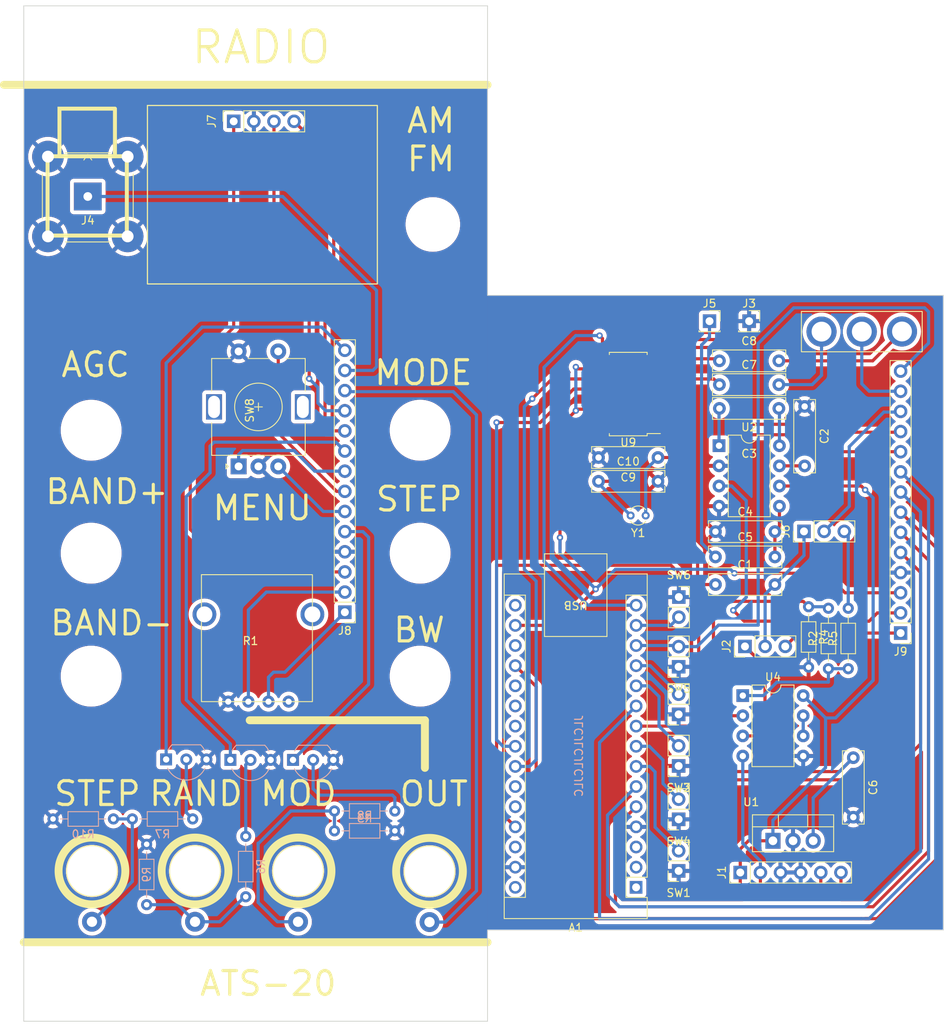
<source format=kicad_pcb>
(kicad_pcb (version 20221018) (generator pcbnew)
  (layers (0 "F.Cu" signal) (31 "B.Cu" signal) (34 "B.Paste" user) (35 "F.Paste" user) (36 "B.SilkS" user "B.Silkscreen") (37 "F.SilkS" user "F.Silkscreen") (38 "B.Mask" user) (39 "F.Mask" user) (44 "Edge.Cuts" user))
  (net 0 "")
  (net 1 "ENCB")
  (net 2 "ENCA")
  (net 3 "MODE")
  (net 4 "BW")
  (net 5 "MOD")
  (net 9 "RAND")
  (net 10 "BP")
  (net 11 "BM")
  (net 12 "STEP")
  (net 13 "RST")
  (net 14 "ENCSW")
  (net 15 "SDIO")
  (net 16 "SCLK")
  (net 17 "Net-(J2-Pin_1)")
  (net 18 "Net-(J6-Pin_3)")
  (net 19 "Net-(Q1-B)")
  (net 20 "Net-(Q2-B)")
  (net 21 "Net-(Q3-B)")
  (net 22 "AGC")
  (net 23 "+12V")
  (net 24 "Net-(C3-Pad2)")
  (net 25 "Net-(C4-Pad2)")
  (net 26 "Net-(U2-BYPASS)")
  (net 27 "Net-(C3-Pad1)")
  (net 28 "Net-(R2-Pad1)")
  (net 29 "Net-(U4A--)")
  (net 30 "Net-(R3-Pad1)")
  (net 31 "Net-(R6-Pad1)")
  (net 32 "Net-(R10-Pad2)")
  (net 33 "Net-(U9-DCLK)")
  (net 34 "Net-(U9-FMI)")
  (net 35 "Net-(U9-AMI)")
  (net 36 "Net-(U9-RCLK)")
  (net 37 "Net-(U9-ROUT)")
  (net 38 "-12V")
  (net 40 "ROUT")
  (net 44 "Net-(J5-Pin_1)")
  (net 45 "Net-(U4B--)")
  (net 46 "ANT")
  (net 47 "JOUT")
  (net 48 "ROUT_PRE")
  (net 49 "ROUT_POST")
  (net 54 "+3V3")
  (net 63 "GND")
  (net 64 "+5V")
  (net 65 "Net-(C8-Pad2)")
  (net 66 "Net-(C7-Pad2)")
  (footprint "Library:aux_flush" (layer "F.Cu") (at 73 137 90)
    (fp_text reference "U8" hide)
    (fp_text value "Aux_flush")
  )
  (footprint "Capacitor_THT:C_Rect_L9.0mm_W2.5mm_P7.50mm_MKT" (layer "F.Cu") (at 162.9 78.44 -90)
    (fp_text reference "C2")
    (fp_text value "C")
  )
  (footprint "MountingHole:MountingHole_3mm" (layer "F.Cu") (at 71.12 153 180)
    (fp_text reference "REF**" hide)
    (fp_text value "MountingHole_3mm")
  )
  (footprint "Connector_PinHeader_2.54mm:PinHeader_1x06_P2.54mm_Vertical" (layer "F.Cu") (at 154.78 137.19 90)
    (fp_text reference "J1")
    (fp_text value "Conn_01x06_Pin")
  )
  (footprint "Capacitor_THT:C_Rect_L9.0mm_W2.5mm_P7.50mm_MKT" (layer "F.Cu") (at 152.15 75.69)
    (fp_text reference "C7")
    (fp_text value "C")
  )
  (footprint "Package_SO:SOIC-16_4.55x10.3mm_P1.27mm" (layer "F.Cu") (at 140.65 76.88 180)
    (fp_text reference "U9")
    (fp_text value "~")
  )
  (footprint "Connector_PinSocket_2.54mm:PinSocket_1x02_P2.54mm_Vertical" (layer "F.Cu") (at 147.0075 117.2575 180)
    (fp_text reference "SW3")
    (fp_text value "SW_Push")
  )
  (footprint "MountingHole:MountingHole_3mm" (layer "F.Cu") (at 116.84 30.48)
    (fp_text reference "REF**" hide)
    (fp_text value "MountingHole_3mm")
  )
  (footprint "Capacitor_THT:C_Rect_L9.0mm_W2.5mm_P7.50mm_MKT" (layer "F.Cu") (at 159.65 78.69 180)
    (fp_text reference "C3")
    (fp_text value "C")
  )
  (footprint "Connector_PinSocket_2.54mm:PinSocket_1x02_P2.54mm_Vertical" (layer "F.Cu") (at 147.0325 102.4675)
    (fp_text reference "SW6")
    (fp_text value "SW_Push")
  )
  (footprint "Connector_PinSocket_2.54mm:PinSocket_1x02_P2.54mm_Vertical" (layer "F.Cu") (at 147.0075 136.9875 180)
    (fp_text reference "SW1")
    (fp_text value "SW_Push")
  )
  (footprint "Package_DIP:DIP-8_W7.62mm" (layer "F.Cu") (at 152.1 83.39)
    (fp_text reference "U2")
    (fp_text value "LM386")
  )
  (footprint "Package_TO_SOT_THT:TO-220-3_Vertical" (layer "F.Cu") (at 158.9 133.19)
    (fp_text reference "U1")
    (fp_text value "L7805")
  )
  (footprint "Connector_PinHeader_2.54mm:PinHeader_1x14_P2.54mm_Vertical" (layer "F.Cu") (at 175.0075 107.0075 180)
    (fp_text reference "J9")
    (fp_text value "Conn_01x14_Pin")
  )
  (footprint "Rotary_Encoder:RotaryEncoder_Alps_EC11E-Switch_Vertical_H20mm" (layer "F.Cu") (at 91.5 86 90)
    (fp_text reference "SW8")
    (fp_text value "RotaryEncoder_Switch")
  )
  (footprint "Connector_PinHeader_2.54mm:PinHeader_1x14_P2.54mm_Vertical" (layer "F.Cu") (at 104.9 104.38 180)
    (fp_text reference "J8")
    (fp_text value "Conn_01x14_Pin")
  )
  (footprint "Resistor_THT:R_Axial_DIN0204_L3.6mm_D1.6mm_P7.62mm_Horizontal" (layer "F.Cu") (at 163.4 103.69 -90)
    (fp_text reference "R4")
    (fp_text value "R")
  )
  (footprint "Capacitor_THT:C_Rect_L9.0mm_W2.5mm_P7.50mm_MKT" (layer "F.Cu") (at 169.04 122.7175 -90)
    (fp_text reference "C6")
    (fp_text value "C")
  )
  (footprint "Library:AlpsPot" (layer "F.Cu") (at 90.19 115.649)
    (fp_text reference "R1")
    (fp_text value "AlpsPot")
  )
  (footprint "" (layer "F.Cu") (at 114.4 96.94)
    (fp_text reference "")
    (fp_text value "")
  )
  (footprint "Capacitor_THT:C_Rect_L9.0mm_W2.5mm_P7.50mm_MKT" (layer "F.Cu") (at 152.15 72.69)
    (fp_text reference "C8")
    (fp_text value "C")
  )
  (footprint "Capacitor_THT:C_Rect_L9.0mm_W2.5mm_P7.50mm_MKT" (layer "F.Cu") (at 144.4 84.88 180)
    (fp_text reference "C9")
    (fp_text value "C")
  )
  (footprint "Capacitor_THT:C_Rect_L9.0mm_W2.5mm_P7.50mm_MKT" (layer "F.Cu") (at 151.65 100.89)
    (fp_text reference "C1")
    (fp_text value "C")
  )
  (footprint "Crystal:Crystal_DS26_D2.0mm_L6.0mm_Vertical" (layer "F.Cu") (at 142.85 92.19 180)
    (fp_text reference "Y1")
    (fp_text value "Crystal")
  )
  (footprint "Connector_PinHeader_2.54mm:PinHeader_1x03_P2.54mm_Vertical" (layer "F.Cu") (at 155.375 108.69 90)
    (fp_text reference "J2")
    (fp_text value "Conn_01x02_Pin")
  )
  (footprint "Resistor_THT:R_Axial_DIN0204_L3.6mm_D1.6mm_P7.62mm_Horizontal" (layer "F.Cu") (at 168.4 111.5 90)
    (fp_text reference "R5")
    (fp_text value "R")
  )
  (footprint "Module:Arduino_Nano" (layer "F.Cu") (at 141.6425 139.0575 180)
    (fp_text reference "A1")
    (fp_text value "Arduino_Nano_Every" hide)
  )
  (footprint "Connector_Coaxial:BNC_TEConnectivity_1478035_Horizontal" (layer "F.Cu") (at 72.475 51.975)
    (fp_text reference "J4")
    (fp_text value "Conn_Coaxial")
  )
  (footprint "" (layer "F.Cu") (at 72.9 81.44)
    (fp_text reference "")
    (fp_text value "")
  )
  (footprint "MountingHole:MountingHole_3mm" (layer "F.Cu") (at 116.84 153 180)
    (fp_text reference "REF**" hide)
    (fp_text value "MountingHole_3mm")
  )
  (footprint "Resistor_THT:R_Axial_DIN0204_L3.6mm_D1.6mm_P7.62mm_Horizontal" (layer "F.Cu") (at 165.9 111.5 90)
    (fp_text reference "R2")
    (fp_text value "R")
  )
  (footprint "Library:aux_flush" (layer "F.Cu") (at 99 137 90)
    (fp_text reference "U6" hide)
    (fp_text value "Aux_flush")
  )
  (footprint "" (layer "F.Cu") (at 72.9 96.94)
    (fp_text reference "")
    (fp_text value "")
  )
  (footprint "MountingHole:MountingHole_3mm" (layer "F.Cu") (at 71.12 30.48)
    (fp_text reference "REF**" hide)
    (fp_text value "MountingHole_3mm")
  )
  (footprint "Capacitor_THT:C_Rect_L9.0mm_W2.5mm_P7.50mm_MKT" (layer "F.Cu") (at 151.65 97.41)
    (fp_text reference "C5")
    (fp_text value "C")
  )
  (footprint "Library:Switch" (layer "F.Cu") (at 170.1125 71.5475)
    (fp_text reference "U5" hide)
    (fp_text value "Switch")
  )
  (footprint "Connector_PinSocket_2.54mm:PinSocket_1x01_P2.54mm_Vertical" (layer "F.Cu") (at 155.9 67.69)
    (fp_text reference "J3")
    (fp_text value "Conn_01x01_Pin")
  )
  (footprint "Capacitor_THT:C_Rect_L9.0mm_W2.5mm_P7.50mm_MKT" (layer "F.Cu") (at 136.9 87.88)
    (fp_text reference "C10")
    (fp_text value "C")
  )
  (footprint "Package_DIP:DIP-8_W7.62mm" (layer "F.Cu") (at 155.1 114.89)
    (fp_text reference "U4")
    (fp_text value "TL072")
  )
  (footprint "" (layer "F.Cu") (at 114.4 81.44)
    (fp_text reference "")
    (fp_text value "")
  )
  (footprint "" (layer "F.Cu") (at 72.9 112.44)
    (fp_text reference "")
    (fp_text value "")
  )
  (footprint "Connector_PinSocket_2.54mm:PinSocket_1x02_P2.54mm_Vertical" (layer "F.Cu") (at 147.0075 130.4875 180)
    (fp_text reference "SW4")
    (fp_text value "SW_Push")
  )
  (footprint "Connector_PinSocket_2.54mm:PinSocket_1x01_P2.54mm_Vertical" (layer "F.Cu") (at 150.9 67.69)
    (fp_text reference "J5")
    (fp_text value "Conn_01x01_Pin")
  )
  (footprint "Connector_PinHeader_2.54mm:PinHeader_1x03_P2.54mm_Vertical" (layer "F.Cu") (at 162.82 94.19 90)
    (fp_text reference "J6")
    (fp_text value "Conn_01x02_Pin")
  )
  (footprint "Capacitor_THT:C_Rect_L9.0mm_W2.5mm_P7.50mm_MKT" (layer "F.Cu") (at 151.65 94.22)
    (fp_text reference "C4")
    (fp_text value "C" hide)
  )
  (footprint "" (layer "F.Cu") (at 114.4 112.44)
    (fp_text reference "")
    (fp_text value "")
  )
  (footprint "Library:aux_flush" (layer "F.Cu") (at 86 137 90)
    (fp_text reference "U7" hide)
    (fp_text value "Aux_flush")
  )
  (footprint "MountingHole:MountingHole_6.4mm_M6" (layer "F.Cu") (at 116 55.5)
    (fp_text reference "REF**" hide)
    (fp_text value "MountingHole_6.4mm_M6")
  )
  (footprint "Connector_PinSocket_2.54mm:PinSocket_1x04_P2.54mm_Vertical" (layer "F.Cu") (at 90.88 42.5 90)
    (fp_text reference "J7")
    (fp_text value "Conn_01x04_Pin")
  )
  (footprint "Library:aux_flush" (layer "F.Cu") (at 115.58 137.04 90)
    (fp_text reference "U3" hide)
    (fp_text value "Aux_flush")
  )
  (footprint "Connector_PinSocket_2.54mm:PinSocket_1x02_P2.54mm_Vertical" (layer "F.Cu") (at 147.0075 123.7575 180)
    (fp_text reference "SW2")
    (fp_text value "SW_Push")
  )
  (footprint "Connector_PinSocket_2.54mm:PinSocket_1x02_P2.54mm_Vertical" (layer "F.Cu") (at 147.0075 111.2575 180)
    (fp_text reference "SW5")
    (fp_text value "SW_Push")
  )
  (footprint "Resistor_THT:R_Axial_DIN0204_L3.6mm_D1.6mm_P7.62mm_Horizontal" (layer "B.Cu") (at 103.59 129.44)
    (fp_text reference "R3")
    (fp_text value "R")
  )
  (footprint "Package_TO_SOT_THT:TO-92_Inline_Wide" (layer "B.Cu") (at 90.46 123)
    (fp_text reference "Q2" hide)
    (fp_text value "BC547")
  )
  (footprint "Resistor_THT:R_Axial_DIN0204_L3.6mm_D1.6mm_P7.62mm_Horizontal" (layer "B.Cu") (at 79.9 133.63 -90)
    (fp_text reference "R9")
    (fp_text value "R")
  )
  (footprint "Package_TO_SOT_THT:TO-92_Inline_Wide" (layer "B.Cu") (at 98.36 123)
    (fp_text reference "Q1" hide)
    (fp_text value "BC547")
  )
  (footprint "Resistor_THT:R_Axial_DIN0204_L3.6mm_D1.6mm_P7.62mm_Horizontal" (layer "B.Cu") (at 68.09 130.44)
    (fp_text reference "R10")
    (fp_text value "R")
  )
  (footprint "Resistor_THT:R_Axial_DIN0204_L3.6mm_D1.6mm_P7.62mm_Horizontal" (layer "B.Cu") (at 111.21 131.94 180)
    (fp_text reference "R8")
    (fp_text value "R")
  )
  (footprint "Package_TO_SOT_THT:TO-92_Inline_Wide" (layer "B.Cu") (at 82.36 122.94)
    (fp_text reference "Q3" hide)
    (fp_text value "BC547")
  )
  (footprint "Resistor_THT:R_Axial_DIN0204_L3.6mm_D1.6mm_P7.62mm_Horizontal" (layer "B.Cu") (at 78.09 130.44)
    (fp_text reference "R7")
    (fp_text value "R")
  )
  (footprint "Resistor_THT:R_Axial_DIN0204_L3.6mm_D1.6mm_P7.62mm_Horizontal" (layer "B.Cu") (at 92.4 140.25 90)
    (fp_text reference "R6")
    (fp_text value "R")
  )
  (gr_line (start 115 118) (end 115 124) (stroke (width 1)) (layer "F.SilkS"))
  (gr_line (start 92.9 118) (end 115 118) (stroke (width 1)) (layer "F.SilkS"))
  (gr_rect (start 68.9 40.9) (end 75.9 46.9) (stroke (width 0.5)) (fill none) (layer "F.SilkS"))
  (gr_rect (start 67.4 46.9) (end 77.4 56.9) (stroke (width 0.5)) (fill none) (layer "F.SilkS"))
  (gr_line (start 61.9 37.9) (end 122.9 37.9) (stroke (width 1)) (layer "F.SilkS"))
  (gr_rect (start 80 40.5) (end 109 63) (stroke (width 0.15)) (fill none) (layer "F.SilkS"))
  (gr_line (start 122.9 145.98) (end 64.4 145.98) (stroke (width 1)) (layer "F.SilkS"))
  (gr_line (start 180.4 64.44) (end 180.4 144.44) (stroke (width 0.1)) (layer "Edge.Cuts"))
  (gr_line (start 122.9 155.94) (end 64.4 155.94) (stroke (width 0.1)) (layer "Edge.Cuts"))
  (gr_line (start 180.4 144.44) (end 122.9 144.44) (stroke (width 0.1)) (layer "Edge.Cuts"))
  (gr_line (start 122.9 64.44) (end 122.9 27.94) (stroke (width 0.1)) (layer "Edge.Cuts"))
  (gr_line (start 64.4 27.94) (end 122.9 27.94) (stroke (width 0.1)) (layer "Edge.Cuts"))
  (gr_line (start 122.9 144.44) (end 122.9 155.94) (stroke (width 0.1)) (layer "Edge.Cuts"))
  (gr_line (start 122.9 64.44) (end 180.4 64.44) (stroke (width 0.1)) (layer "Edge.Cuts"))
  (gr_line (start 64.4 155.94) (end 64.4 27.94) (stroke (width 0.1)) (layer "Edge.Cuts"))
  (gr_text "JLCJLCJLCJLC" (at 135.0075 117.2575 90) (layer "B.SilkS") (effects (font (size 1 1)) (justify left bottom mirror)))
  (gr_text "AGC" (at 68.9 74.94) (layer "F.SilkS") (effects (font (size 3 3) (thickness 0.4)) (justify left bottom)))
  (gr_text "BAND+" (at 66.9 90.94) (layer "F.SilkS") (effects (font (size 3 3) (thickness 0.4)) (justify left bottom)))
  (gr_text "OUT\n" (at 111.58 129.04) (layer "F.SilkS") (effects (font (size 3 3) (thickness 0.4)) (justify left bottom)))
  (gr_text "MENU" (at 88 93) (layer "F.SilkS") (effects (font (size 3 3) (thickness 0.4)) (justify left bottom)))
  (gr_text "MOD" (at 94 129) (layer "F.SilkS") (effects (font (size 3 3) (thickness 0.4)) (justify left bottom)))
  (gr_text "RADIO" (at 85.315475 35.500001) (layer "F.SilkS") (effects (font (size 4 4) (thickness 0.4)) (justify left bottom)))
  (gr_text "ATS-20" (at 86.4 152.94) (layer "F.SilkS") (effects (font (size 3 3) (thickness 0.4)) (justify left bottom)))
  (gr_text "MODE" (at 108.4 75.94) (layer "F.SilkS") (effects (font (size 3 3) (thickness 0.4)) (justify left bottom)))
  (gr_text "BAND-" (at 67.5 107.5) (layer "F.SilkS") (effects (font (size 3 3) (thickness 0.4)) (justify left bottom)))
  (gr_text "BW\n" (at 110.8 108.38) (layer "F.SilkS") (effects (font (size 3 3) (thickness 0.4)) (justify left bottom)))
  (gr_text "STEP\n" (at 68 129) (layer "F.SilkS") (effects (font (size 3 3) (thickness 0.4)) (justify left bottom)))
  (gr_text "AM\nFM" (at 112.5 49) (layer "F.SilkS") (effects (font (size 3 3) (thickness 0.4)) (justify left bottom)))
  (gr_text "STEP\n" (at 108.585714 91.88) (layer "F.SilkS") (effects (font (size 3 3) (thickness 0.4)) (justify left bottom)))
  (gr_text "RAND" (at 80 129) (layer "F.SilkS") (effects (font (size 3 3) (thickness 0.4)) (justify left bottom)))
  (segment (start 139.54 141.5075) (end 139.04 141.0075) (width 0.4) (layer "F.Cu") (net 1))
  (segment (start 178.5325 134.5075) (end 171.5325 141.5075) (width 0.4) (layer "F.Cu") (net 1))
  (segment (start 139.04 131.5) (end 141.6425 128.8975) (width 0.4) (layer "F.Cu") (net 1))
  (segment (start 175.0075 94.3075) (end 178.5325 97.8325) (width 0.4) (layer "F.Cu") (net 1))
  (segment (start 171.5325 141.5075) (end 139.54 141.5075) (width 0.4) (layer "F.Cu") (net 1))
  (segment (start 178.5325 97.8325) (end 178.5325 134.5075) (width 0.4) (layer "F.Cu") (net 1))
  (segment (start 139.04 141.0075) (end 139.04 131.5) (width 0.4) (layer "F.Cu") (net 1))
  (segment (start 104.9 91.68) (end 102.18 91.68) (width 0.4) (layer "B.Cu") (net 1))
  (segment (start 102.18 91.68) (end 96.5 86) (width 0.4) (layer "B.Cu") (net 1))
  (segment (start 101.1 86.6) (end 98.5 84) (width 0.4) (layer "B.Cu") (net 2))
  (segment (start 92 84) (end 91.5 84.5) (width 0.4) (layer "B.Cu") (net 2))
  (segment (start 170.5325 141.5075) (end 177.5325 134.5075) (width 0.4) (layer "B.Cu") (net 2))
  (segment (start 138.04 129.96) (end 138.04 140.015) (width 0.4) (layer "B.Cu") (net 2))
  (segment (start 91.5 84.5) (end 91.5 86) (width 0.4) (layer "B.Cu") (net 2))
  (segment (start 98.5 84) (end 92 84) (width 0.4) (layer "B.Cu") (net 2))
  (segment (start 177.5325 134.5075) (end 177.5325 91.7525) (width 0.4) (layer "B.Cu") (net 2))
  (segment (start 138.04 140.015) (end 139.5325 141.5075) (width 0.4) (layer "B.Cu") (net 2))
  (segment (start 139.5325 141.5075) (end 170.5325 141.5075) (width 0.4) (layer "B.Cu") (net 2))
  (segment (start 177.5325 91.7525) (end 175.0075 89.2275) (width 0.4) (layer "B.Cu") (net 2))
  (segment (start 104.9 86.6) (end 101.1 86.6) (width 0.4) (layer "B.Cu") (net 2))
  (segment (start 141.6425 126.3575) (end 138.04 129.96) (width 0.4) (layer "B.Cu") (net 2))
  (segment (start 144.0325 124.5075) (end 144.0325 131.4725) (width 0.4) (layer "B.Cu") (net 3))
  (segment (start 141.6425 123.8175) (end 143.3425 123.8175) (width 0.4) (layer "B.Cu") (net 3))
  (segment (start 144.0325 131.4725) (end 147.0075 134.4475) (width 0.4) (layer "B.Cu") (net 3))
  (segment (start 143.3425 123.8175) (end 144.0325 124.5075) (width 0.4) (layer "B.Cu") (net 3))
  (segment (start 145.0325 123.0075) (end 145.0325 125.9725) (width 0.4) (layer "B.Cu") (net 4))
  (segment (start 143.3025 121.2775) (end 145.0325 123.0075) (width 0.4) (layer "B.Cu") (net 4))
  (segment (start 141.6425 121.2775) (end 143.3025 121.2775) (width 0.4) (layer "B.Cu") (net 4))
  (segment (start 145.0325 125.9725) (end 147.0075 127.9475) (width 0.4) (layer "B.Cu") (net 4))
  (segment (start 141.6425 118.7375) (end 150.2625 118.7375) (width 0.4) (layer "F.Cu") (net 5))
  (segment (start 150.2625 118.7375) (end 152.0325 120.5075) (width 0.4) (layer "F.Cu") (net 5))
  (segment (start 177.5325 99.3725) (end 175.0075 96.8475) (width 0.4) (layer "F.Cu") (net 5))
  (segment (start 152.0325 125.5075) (end 173 125.5075) (width 0.4) (layer "F.Cu") (net 5))
  (segment (start 173 125.5075) (end 177.5325 120.975) (width 0.4) (layer "F.Cu") (net 5))
  (segment (start 177.5325 120.975) (end 177.5325 99.3725) (width 0.4) (layer "F.Cu") (net 5))
  (segment (start 152.0325 120.5075) (end 152.0325 125.5075) (width 0.4) (layer "F.Cu") (net 5))
  (segment (start 104.9 94.22) (end 107.18 94.22) (width 0.4) (layer "B.Cu") (net 5))
  (segment (start 107.18 94.22) (end 107.9 94.94) (width 0.4) (layer "B.Cu") (net 5))
  (segment (start 107.9 94.94) (end 107.9 113.46) (width 0.4) (layer "B.Cu") (net 5))
  (segment (start 107.9 113.46) (end 98.36 123) (width 0.4) (layer "B.Cu") (net 5))
  (segment (start 170.0325 143.0075) (end 137.0325 143.0075) (width 0.4) (layer "B.Cu") (net 9))
  (segment (start 90.46 121) (end 84.9 115.44) (width 0.4) (layer "B.Cu") (net 9))
  (segment (start 87.9 86.8) (end 87.9 83.44) (width 0.4) (layer "B.Cu") (net 9))
  (segment (start 88.4 82.94) (end 103.78 82.94) (width 0.4) (layer "B.Cu") (net 9))
  (segment (start 175.0075 86.6875) (end 178.5325 90.2125) (width 0.4) (layer "B.Cu") (net 9))
  (segment (start 178.5325 90.2125) (end 178.5325 135.5075) (width 0.4) (layer "B.Cu") (net 9))
  (segment (start 87.9 83.44) (end 88.4 82.94) (width 0.4) (layer "B.Cu") (net 9))
  (segment (start 84.9 89.8) (end 87.9 86.8) (width 0.4) (layer "B.Cu") (net 9))
  (segment (start 137.0325 120.8075) (end 141.6425 116.1975) (width 0.4) (layer "B.Cu") (net 9))
  (segment (start 171.0325 143.0075) (end 170.0325 143.0075) (width 0.4) (layer "B.Cu") (net 9))
  (segment (start 178.5325 135.5075) (end 171.0325 143.0075) (width 0.4) (layer "B.Cu") (net 9))
  (segment (start 103.78 82.94) (end 104.9 84.06) (width 0.4) (layer "B.Cu") (net 9))
  (segment (start 137.0325 143.0075) (end 137.0325 120.8075) (width 0.4) (layer "B.Cu") (net 9))
  (segment (start 84.9 115.44) (end 84.9 89.8) (width 0.4) (layer "B.Cu") (net 9))
  (segment (start 90.46 123) (end 90.46 121) (width 0.4) (layer "B.Cu") (net 9))
  (segment (start 144.5325 118.7425) (end 147.0075 121.2175) (width 0.4) (layer "B.Cu") (net 10))
  (segment (start 144.5325 115.0075) (end 144.5325 118.7425) (width 0.4) (layer "B.Cu") (net 10))
  (segment (start 143.1825 113.6575) (end 144.5325 115.0075) (width 0.4) (layer "B.Cu") (net 10))
  (segment (start 141.6425 113.6575) (end 143.1825 113.6575) (width 0.4) (layer "B.Cu") (net 10))
  (segment (start 143.4075 111.1175) (end 147.0075 114.7175) (width 0.4) (layer "B.Cu") (net 11))
  (segment (start 141.6425 111.1175) (end 143.4075 111.1175) (width 0.4) (layer "B.Cu") (net 11))
  (segment (start 178.5325 66.5075) (end 178.5325 70.4625) (width 0.4) (layer "B.Cu") (net 12))
  (segment (start 178.5325 70.4625) (end 175.0075 73.9875) (width 0.4) (layer "B.Cu") (net 12))
  (segment (start 104.9 71.36) (end 101.98 68.44) (width 0.4) (layer "B.Cu") (net 12))
  (segment (start 141.6425 108.5775) (end 146.8675 108.5775) (width 0.4) (layer "B.Cu") (net 12))
  (segment (start 146.8675 108.5775) (end 147.0075 108.7175) (width 0.4) (layer "B.Cu") (net 12))
  (segment (start 178.0325 66.0075) (end 178.5325 66.5075) (width 0.4) (layer "B.Cu") (net 12))
  (segment (start 82.36 72.98) (end 82.36 122.94) (width 0.4) (layer "B.Cu") (net 12))
  (segment (start 152.0325 106.0075) (end 157.04 106.0075) (width 0.4) (layer "B.Cu") (net 12))
  (segment (start 161.5325 66.0075) (end 178.0325 66.0075) (width 0.4) (layer "B.Cu") (net 12))
  (segment (start 157.04 70.5) (end 161.5325 66.0075) (width 0.4) (layer "B.Cu") (net 12))
  (segment (start 86.9 68.44) (end 82.36 72.98) (width 0.4) (layer "B.Cu") (net 12))
  (segment (start 157.04 106.0075) (end 157.04 70.5) (width 0.4) (layer "B.Cu") (net 12))
  (segment (start 149.3225 108.7175) (end 152.0325 106.0075) (width 0.4) (layer "B.Cu") (net 12))
  (segment (start 101.98 68.44) (end 86.9 68.44) (width 0.4) (layer "B.Cu") (net 12))
  (segment (start 147.0075 108.7175) (end 149.3225 108.7175) (width 0.4) (layer "B.Cu") (net 12))
  (segment (start 137.4 69.875) (end 137.4 72.435) (width 0.4) (layer "F.Cu") (net 13))
  (segment (start 137.0325 69.5075) (end 137.4 69.875) (width 0.4) (layer "F.Cu") (net 13))
  (via (at 137.0325 69.5075) (size 0.8) (drill 0.4) (layers "F.Cu" "B.Cu") (net 13))
  (segment (start 135.57 103.4975) (end 141.6425 103.4975) (width 0.4) (layer "B.Cu") (net 13))
  (segment (start 130.0325 73.5075) (end 130.0325 97.96) (width 0.4) (layer "B.Cu") (net 13))
  (segment (start 130.0325 97.96) (end 135.57 103.4975) (width 0.4) (layer "B.Cu") (net 13))
  (segment (start 137.0325 69.5075) (end 134.0325 69.5075) (width 0.4) (layer "B.Cu") (net 13))
  (segment (start 134.0325 69.5075) (end 130.0325 73.5075) (width 0.4) (layer "B.Cu") (net 13))
  (segment (start 96.5 71.5) (end 96.5 81.78) (width 0.4) (layer "F.Cu") (net 14))
  (segment (start 179.5325 135.5075) (end 172.0325 143.0075) (width 0.4) (layer "F.Cu") (net 14))
  (segment (start 129.0325 113.7475) (end 126.4025 111.1175) (width 0.4) (layer "F.Cu") (net 14))
  (segment (start 179.5325 96.2925) (end 179.5325 135.5075) (width 0.4) (layer "F.Cu") (net 14))
  (segment (start 103.86 89.14) (end 104.9 89.14) (width 0.4) (layer "F.Cu") (net 14))
  (segment (start 96.5 81.78) (end 103.86 89.14) (width 0.4) (layer "F.Cu") (net 14))
  (segment (start 131.0325 143.0075) (end 129.0325 141.0075) (width 0.4) (layer "F.Cu") (net 14))
  (segment (start 132.0325 143.0075) (end 131.0325 143.0075) (width 0.4) (layer "F.Cu") (net 14))
  (segment (start 171.0325 143.0075) (end 132.0325 143.0075) (width 0.4) (layer "F.Cu") (net 14))
  (segment (start 129.0325 141.0075) (end 129.0325 113.7475) (width 0.4) (layer "F.Cu") (net 14))
  (segment (start 175.0075 91.7675) (end 179.5325 96.2925) (width 0.4) (layer "F.Cu") (net 14))
  (segment (start 172.0325 143.0075) (end 170.5325 143.0075) (width 0.4) (layer "F.Cu") (net 14))
  (segment (start 102.52 81.52) (end 102.4 81.4) (width 0.4) (layer "F.Cu") (net 15))
  (segment (start 102.4 64.44) (end 103.5 63.34) (width 0.4) (layer "F.Cu") (net 15))
  (segment (start 141.5325 74.475) (end 141.5325 71.0075) (width 0.4) (layer "F.Cu") (net 15))
  (segment (start 162.0325 82.0075) (end 164.1725 84.1475) (width 0.4) (layer "F.Cu") (net 15))
  (segment (start 103.5 47.5) (end 98.5 42.5) (width 0.4) (layer "F.Cu") (net 15))
  (segment (start 141.5325 71.0075) (end 154.0325 71.0075) (width 0.4) (layer "F.Cu") (net 15))
  (segment (start 154.0325 71.0075) (end 154.0325 82.0075) (width 0.4) (layer "F.Cu") (net 15))
  (segment (start 154.0325 82.0075) (end 162.0325 82.0075) (width 0.4) (layer "F.Cu") (net 15))
  (segment (start 137.4 76.245) (end 139.7625 76.245) (width 0.4) (layer "F.Cu") (net 15))
  (segment (start 139.7625 76.245) (end 141.5325 74.475) (width 0.4) (layer "F.Cu") (net 15))
  (segment (start 164.1725 84.1475) (end 175.0075 84.1475) (width 0.4) (layer "F.Cu") (net 15))
  (segment (start 103.5 63.34) (end 103.5 47.5) (width 0.4) (layer "F.Cu") (net 15))
  (segment (start 104.9 81.52) (end 102.52 81.52) (width 0.4) (layer "F.Cu") (net 15))
  (segment (start 124.04 80.4675) (end 129.54 80.4675) (width 0.4) (layer "F.Cu") (net 15))
  (segment (start 129.54 80.4675) (end 133.7625 76.245) (width 0.4) (layer "F.Cu") (net 15))
  (segment (start 102.4 81.4) (end 102.4 64.44) (width 0.4) (layer "F.Cu") (net 15))
  (segment (start 133.7625 76.245) (end 137.4 76.245) (width 0.4) (layer "F.Cu") (net 15))
  (via (at 124.04 80.4675) (size 0.8) (drill 0.4) (layers "F.Cu" "B.Cu") (net 15))
  (segment (start 124.04 120.4675) (end 124.85 121.2775) (width 0.4) (layer "B.Cu") (net 15))
  (segment (start 124.04 80.4675) (end 124.04 120.4675) (width 0.4) (layer "B.Cu") (net 15))
  (segment (start 124.85 121.2775) (end 126.4025 121.2775) (width 0.4) (layer "B.Cu") (net 15))
  (segment (start 137.4 74.975) (end 139.5325 74.975) (width 0.4) (layer "F.Cu") (net 16))
  (segment (start 95.96 54.96) (end 95.96 42.5) (width 0.4) (layer "F.Cu") (net 16))
  (segment (start 100.4 59.4) (end 95.96 54.96) (width 0.4) (layer "F.Cu") (net 16))
  (segment (start 155.0325 70.0075) (end 155.0325 80.69) (width 0.4) (layer "F.Cu") (net 16))
  (segment (start 128.54 77.4675) (end 131.0325 74.975) (width 0.4) (layer "F.Cu") (net 16))
  (segment (start 163.215 81.69) (end 175.0325 81.69) (width 0.4) (layer "F.Cu") (net 16))
  (segment (start 139.5325 74.975) (end 139.54 74.9675) (width 0.4) (layer "F.Cu") (net 16))
  (segment (start 155.0325 80.69) (end 162.215 80.69) (width 0.4) (layer "F.Cu") (net 16))
  (segment (start 139.54 70.0075) (end 155.0325 70.0075) (width 0.4) (layer "F.Cu") (net 16))
  (segment (start 100.4 74.94) (end 100.4 59.4) (width 0.4) (layer "F.Cu") (net 16))
  (segment (start 139.54 74.9675) (end 139.54 70.0075) (width 0.4) (layer "F.Cu") (net 16))
  (segment (start 131.0325 74.975) (end 137.4 74.975) (width 0.4) (layer "F.Cu") (net 16))
  (segment (start 162.215 80.69) (end 163.215 81.69) (width 0.4) (layer "F.Cu") (net 16))
  (via (at 128.54 77.4675) (size 0.8) (drill 0.4) (layers "F.Cu" "B.Cu") (net 16))
  (via (at 100.4 74.94) (size 0.8) (drill 0.4) (layers "F.Cu" "B.Cu") (net 16))
  (segment (start 100.4 74.94) (end 101.5 76.04) (width 0.4) (layer "B.Cu") (net 16))
  (segment (start 128.19 123.8175) (end 126.4025 123.8175) (width 0.4) (layer "B.Cu") (net 16))
  (segment (start 101.5 78) (end 102.48 78.98) (width 0.4) (layer "B.Cu") (net 16))
  (segment (start 102.48 78.98) (end 104.9 78.98) (width 0.4) (layer "B.Cu") (net 16))
  (segment (start 128.54 77.4675) (end 127.54 78.4675) (width 0.4) (layer "B.Cu") (net 16))
  (segment (start 129.04 100.4675) (end 129.04 122.9675) (width 0.4) (layer "B.Cu") (net 16))
  (segment (start 127.54 98.9675) (end 129.04 100.4675) (width 0.4) (layer "B.Cu") (net 16))
  (segment (start 101.5 76.04) (end 101.5 78) (width 0.4) (layer "B.Cu") (net 16))
  (segment (start 129.04 122.9675) (end 128.19 123.8175) (width 0.4) (layer "B.Cu") (net 16))
  (segment (start 127.54 78.4675) (end 127.54 98.9675) (width 0.4) (layer "B.Cu") (net 16))
  (segment (start 155.375 108.69) (end 157.9 111.215) (width 0.4) (layer "F.Cu") (net 17))
  (segment (start 157.9 118.69) (end 156.62 119.97) (width 0.4) (layer "F.Cu") (net 17))
  (segment (start 157.9 111.215) (end 157.9 118.69) (width 0.4) (layer "F.Cu") (net 17))
  (segment (start 156.62 119.97) (end 155.1 119.97) (width 0.4) (layer "F.Cu") (net 17))
  (segment (start 168.4 94.69) (end 167.9 94.19) (width 0.4) (layer "B.Cu") (net 18))
  (segment (start 168.4 103.88) (end 168.4 94.69) (width 0.4) (layer "B.Cu") (net 18))
  (segment (start 100.9 123) (end 100.9 126.63) (width 0.4) (layer "B.Cu") (net 19))
  (segment (start 110.9 127.44) (end 111.21 127.75) (width 0.4) (layer "B.Cu") (net 19))
  (segment (start 101.71 127.44) (end 110.9 127.44) (width 0.4) (layer "B.Cu") (net 19))
  (segment (start 100.9 126.63) (end 101.71 127.44) (width 0.4) (layer "B.Cu") (net 19))
  (segment (start 111.21 127.75) (end 111.21 129.44) (width 0.4) (layer "B.Cu") (net 19))
  (segment (start 92.4 132.63) (end 92.4 123.6) (width 0.4) (layer "B.Cu") (net 20))
  (segment (start 92.4 123.6) (end 93 123) (width 0.4) (layer "B.Cu") (net 20))
  (segment (start 84.9 129.63) (end 85.71 130.44) (width 0.4) (layer "B.Cu") (net 21))
  (segment (start 84.9 122.94) (end 84.9 129.63) (width 0.4) (layer "B.Cu") (net 21))
  (segment (start 146.0025 106.0375) (end 147.0325 105.0075) (width 0.4) (layer "B.Cu") (net 22))
  (segment (start 141.6425 106.0375) (end 146.0025 106.0375) (width 0.4) (layer "B.Cu") (net 22))
  (segment (start 170.54 88.9675) (end 170.0425 88.47) (width 0.4) (layer "F.Cu") (net 23))
  (segment (start 156.04 140.4675) (end 154.78 139.2075) (width 0.4) (layer "F.Cu") (net 23))
  (segment (start 154.78 137.19) (end 154.78 134.2275) (width 0.4) (layer "F.Cu") (net 23))
  (segment (start 167.48 139.5275) (end 166.54 140.4675) (width 0.4) (layer "F.Cu") (net 23))
  (segment (start 166.54 140.4675) (end 156.04 140.4675) (width 0.4) (layer "F.Cu") (net 23))
  (segment (start 154.78 139.2075) (end 154.78 137.19) (width 0.4) (layer "F.Cu") (net 23))
  (segment (start 155.8175 133.19) (end 158.9 133.19) (width 0.4) (layer "F.Cu") (net 23))
  (segment (start 154.78 134.2275) (end 155.8175 133.19) (width 0.4) (layer "F.Cu") (net 23))
  (segment (start 167.48 137.19) (end 167.48 139.5275) (width 0.4) (layer "F.Cu") (net 23))
  (segment (start 170.0425 88.47) (end 159.72 88.47) (width 0.4) (layer "F.Cu") (net 23))
  (via (at 170.54 88.9675) (size 0.8) (drill 0.4) (layers "F.Cu" "B.Cu") (net 23))
  (segment (start 158.9 130.6075) (end 165.54 123.9675) (width 0.4) (layer "B.Cu") (net 23))
  (segment (start 158.9 133.19) (end 158.9 130.6075) (width 0.4) (layer "B.Cu") (net 23))
  (segment (start 171.54 89.9675) (end 170.54 88.9675) (width 0.4) (layer "B.Cu") (net 23))
  (segment (start 171.54 112.9675) (end 171.54 89.9675) (width 0.4) (layer "B.Cu") (net 23))
  (segment (start 165.54 123.9675) (end 165.54 117.71) (width 0.4) (layer "B.Cu") (net 23))
  (segment (start 165.54 117.71) (end 166.7975 117.71) (width 0.4) (layer "B.Cu") (net 23))
  (segment (start 165.54 117.71) (end 162.72 114.89) (width 0.4) (layer "B.Cu") (net 23))
  (segment (start 166.7975 117.71) (end 171.54 112.9675) (width 0.4) (layer "B.Cu") (net 23))
  (segment (start 152.1 78.74) (end 152.15 78.69) (width 0.4) (layer "B.Cu") (net 24))
  (segment (start 152.1 83.39) (end 152.1 78.74) (width 0.4) (layer "B.Cu") (net 24))
  (segment (start 159.72 93.65) (end 159.15 94.22) (width 0.4) (layer "F.Cu") (net 25))
  (segment (start 159.72 91.01) (end 159.72 93.65) (width 0.4) (layer "F.Cu") (net 25))
  (segment (start 159.15 97.41) (end 159.15 94.22) (width 0.4) (layer "F.Cu") (net 25))
  (segment (start 159.72 85.93) (end 162.89 85.93) (width 0.4) (layer "F.Cu") (net 26))
  (segment (start 162.89 85.93) (end 162.9 85.94) (width 0.4) (layer "F.Cu") (net 26))
  (segment (start 159.72 83.39) (end 159.72 78.76) (width 0.4) (layer "B.Cu") (net 27))
  (segment (start 159.72 78.76) (end 159.65 78.69) (width 0.4) (layer "B.Cu") (net 27))
  (segment (start 157.7 114.89) (end 159.4 113.19) (width 0.4) (layer "B.Cu") (net 28))
  (segment (start 159.4 113.19) (end 165.9 113.19) (width 0.4) (layer "B.Cu") (net 28))
  (segment (start 165.9 113.19) (end 165.9 111.5) (width 0.4) (layer "B.Cu") (net 28))
  (segment (start 168.4 111.5) (end 165.9 111.5) (width 0.4) (layer "B.Cu") (net 28))
  (segment (start 155.1 114.89) (end 157.7 114.89) (width 0.4) (layer "B.Cu") (net 28))
  (segment (start 162.7175 103.0075) (end 163.4 103.69) (width 0.4) (layer "F.Cu") (net 29))
  (segment (start 155.1 117.43) (end 152.64 117.43) (width 0.4) (layer "F.Cu") (net 29))
  (segment (start 151.4 116.19) (end 151.4 103.0075) (width 0.4) (layer "F.Cu") (net 29))
  (segment (start 152.64 117.43) (end 151.4 116.19) (width 0.4) (layer "F.Cu") (net 29))
  (segment (start 151.4 103.0075) (end 162.7175 103.0075) (width 0.4) (layer "F.Cu") (net 29))
  (segment (start 165.71 103.69) (end 165.9 103.88) (width 0.4) (layer "B.Cu") (net 29))
  (segment (start 163.4 103.69) (end 165.71 103.69) (width 0.4) (layer "B.Cu") (net 29))
  (segment (start 93.9625 133.5) (end 94.03 133.5) (width 0.4) (layer "B.Cu") (net 30))
  (segment (start 98.09 129.44) (end 103.59 129.44) (width 0.4) (layer "B.Cu") (net 30))
  (segment (start 99 143.4) (end 96.4 143.4) (width 0.4) (layer "B.Cu") (net 30))
  (segment (start 103.59 131.94) (end 103.59 129.44) (width 0.4) (layer "B.Cu") (net 30))
  (segment (start 94.03 133.5) (end 98.09 129.44) (width 0.4) (layer "B.Cu") (net 30))
  (segment (start 96.4 143.4) (end 93.9625 140.9625) (width 0.4) (layer "B.Cu") (net 30))
  (segment (start 93.9625 140.9625) (end 93.9625 133.5) (width 0.4) (layer "B.Cu") (net 30))
  (segment (start 83.85 141.25) (end 86 143.4) (width 0.4) (layer "B.Cu") (net 31))
  (segment (start 89.1 143.4) (end 86 143.4) (width 0.4) (layer "B.Cu") (net 31))
  (segment (start 92.5 140) (end 89.1 143.4) (width 0.4) (layer "B.Cu") (net 31))
  (segment (start 79.9 141.25) (end 83.85 141.25) (width 0.4) (layer "B.Cu") (net 31))
  (segment (start 78.09 130.44) (end 78.09 138.31) (width 0.4) (layer "B.Cu") (net 32))
  (segment (start 78.09 130.44) (end 75.71 130.44) (width 0.4) (layer "B.Cu") (net 32))
  (segment (start 78.09 138.31) (end 73 143.4) (width 0.4) (layer "B.Cu") (net 32))
  (segment (start 146.71 84.88) (end 147.9 83.69) (width 0.4) (layer "F.Cu") (net 33))
  (segment (start 147.9 81.19) (end 147.9 83.69) (width 0.4) (layer "F.Cu") (net 33))
  (segment (start 143.9 80.055) (end 146.765 80.055) (width 0.4) (layer "F.Cu") (net 33))
  (segment (start 144.4 84.88) (end 146.71 84.88) (width 0.4) (layer "F.Cu") (net 33))
  (segment (start 146.765 80.055) (end 147.9 81.19) (width 0.4) (layer "F.Cu") (net 33))
  (segment (start 142.85 92.19) (end 142.85 86.43) (width 0.4) (layer "B.Cu") (net 33))
  (segment (start 142.85 86.43) (end 144.4 84.88) (width 0.4) (layer "B.Cu") (net 33))
  (segment (start 151.435 74.975) (end 152.15 75.69) (width 0.4) (layer "F.Cu") (net 34))
  (segment (start 143.9 74.975) (end 151.435 74.975) (width 0.4) (layer "F.Cu") (net 34))
  (segment (start 143.9 72.435) (end 151.895 72.435) (width 0.4) (layer "F.Cu") (net 35))
  (segment (start 151.895 72.435) (end 152.15 72.69) (width 0.4) (layer "F.Cu") (net 35))
  (segment (start 138.199999 77.515) (end 137.4 77.515) (width 0.4) (layer "F.Cu") (net 36))
  (segment (start 136.9 87.88) (end 138.21 87.88) (width 0.4) (layer "F.Cu") (net 36))
  (segment (start 139.9 86.19) (end 139.9 79.215001) (width 0.4) (layer "F.Cu") (net 36))
  (segment (start 138.21 87.88) (end 139.9 86.19) (width 0.4) (layer "F.Cu") (net 36))
  (segment (start 139.9 79.215001) (end 138.199999 77.515) (width 0.4) (layer "F.Cu") (net 36))
  (segment (start 136.9 88.14) (end 140.95 92.19) (width 0.4) (layer "B.Cu") (net 36))
  (segment (start 136.9 87.88) (end 136.9 88.14) (width 0.4) (layer "B.Cu") (net 36))
  (segment (start 149.4 100.19) (end 149.4 96.69) (width 0.4) (layer "F.Cu") (net 37))
  (segment (start 137.4 81.325) (end 135.265 81.325) (width 0.4) (layer "F.Cu") (net 37))
  (segment (start 135.265 81.325) (end 133.9 82.69) (width 0.4) (layer "F.Cu") (net 37))
  (segment (start 149.4 96.69) (end 147.9 95.19) (width 0.4) (layer "F.Cu") (net 37))
  (segment (start 133.9 82.69) (end 133.9 95.19) (width 0.4) (layer "F.Cu") (net 37))
  (segment (start 147.9 95.19) (end 133.9 95.19) (width 0.4) (layer "F.Cu") (net 37))
  (segment (start 150.1 100.89) (end 149.4 100.19) (width 0.4) (layer "F.Cu") (net 37))
  (segment (start 151.65 100.89) (end 150.1 100.89) (width 0.4) (layer "F.Cu") (net 37))
  (segment (start 157.32 137.19) (end 157.32 138.7475) (width 0.4) (layer "F.Cu") (net 38))
  (segment (start 164.04 139.4675) (end 164.54 138.9675) (width 0.4) (layer "F.Cu") (net 38))
  (segment (start 157.32 138.7475) (end 158.04 139.4675) (width 0.4) (layer "F.Cu") (net 38))
  (segment (start 158.04 139.4675) (end 164.04 139.4675) (width 0.4) (layer "F.Cu") (net 38))
  (segment (start 164.94 137.19) (end 164.94 138.5675) (width 0.4) (layer "F.Cu") (net 38))
  (segment (start 164.94 138.5675) (end 164.54 138.9675) (width 0.4) (layer "F.Cu") (net 38))
  (segment (start 157.32 137.19) (end 157.32 135.7475) (width 0.4) (layer "B.Cu") (net 38))
  (segment (start 157.32 135.7475) (end 155.1 133.5275) (width 0.4) (layer "B.Cu") (net 38))
  (segment (start 155.1 133.5275) (end 155.1 122.51) (width 0.4) (layer "B.Cu") (net 38))
  (segment (start 157.915 108.69) (end 157.915 102.125) (width 0.4) (layer "B.Cu") (net 40))
  (segment (start 162.82 97.22) (end 159.15 100.89) (width 0.4) (layer "B.Cu") (net 40))
  (segment (start 157.915 102.125) (end 159.15 100.89) (width 0.4) (layer "B.Cu") (net 40))
  (segment (start 162.82 94.19) (end 162.82 97.22) (width 0.4) (layer "B.Cu") (net 40))
  (segment (start 149.9 95.66) (end 151.65 97.41) (width 0.4) (layer "B.Cu") (net 44))
  (segment (start 149.9 70.69) (end 149.9 95.66) (width 0.4) (layer "B.Cu") (net 44))
  (segment (start 150.9 67.69) (end 150.9 69.69) (width 0.4) (layer "B.Cu") (net 44))
  (segment (start 150.9 69.69) (end 149.9 70.69) (width 0.4) (layer "B.Cu") (net 44))
  (segment (start 162.72 117.43) (end 162.72 119.97) (width 0.4) (layer "B.Cu") (net 45))
  (segment (start 104.9 73.9) (end 108.44 73.9) (width 0.4) (layer "B.Cu") (net 46))
  (segment (start 171.0525 76.5275) (end 170.1125 75.5875) (width 0.4) (layer "B.Cu") (net 46))
  (segment (start 175.0075 76.5275) (end 171.0525 76.5275) (width 0.4) (layer "B.Cu") (net 46))
  (segment (start 108.44 73.9) (end 108.9 73.44) (width 0.4) (layer "B.Cu") (net 46))
  (segment (start 108.9 73.44) (end 108.9 63.82) (width 0.4) (layer "B.Cu") (net 46))
  (segment (start 170.1125 75.5875) (end 170.1125 69.0075) (width 0.4) (layer "B.Cu") (net 46))
  (segment (start 108.9 63.82) (end 97.055 51.975) (width 0.4) (layer "B.Cu") (net 46))
  (segment (start 72.475 51.975) (end 97.055 51.975) (width 0.4) (layer "B.Cu") (net 46))
  (segment (start 172.89 79.15) (end 175.0325 79.15) (width 0.4) (layer "B.Cu") (net 47))
  (segment (start 118.58 76.58) (end 105.04 76.58) (width 0.4) (layer "B.Cu") (net 47))
  (segment (start 115.58 143.44) (end 117.56 143.44) (width 0.4) (layer "B.Cu") (net 47))
  (segment (start 165.36 94.19) (end 168.5325 91.0175) (width 0.4) (layer "B.Cu") (net 47))
  (segment (start 105.04 76.58) (end 104.9 76.44) (width 0.4) (layer "B.Cu") (net 47))
  (segment (start 121.5 139.5) (end 121.5 79.5) (width 0.4) (layer "B.Cu") (net 47))
  (segment (start 121.5 79.5) (end 118.58 76.58) (width 0.4) (layer "B.Cu") (net 47))
  (segment (start 168.5325 83.5075) (end 172.89 79.15) (width 0.4) (layer "B.Cu") (net 47))
  (segment (start 117.56 143.44) (end 121.5 139.5) (width 0.4) (layer "B.Cu") (net 47))
  (segment (start 168.5325 91.0175) (end 168.5325 83.5075) (width 0.4) (layer "B.Cu") (net 47))
  (segment (start 175.0075 107.0075) (end 162.1375 107.0075) (width 0.4) (layer "F.Cu") (net 48))
  (segment (start 162.1375 107.0075) (end 160.455 108.69) (width 0.4) (layer "F.Cu") (net 48))
  (segment (start 95.27 112.57) (end 95.27 115.649) (width 0.4) (layer "B.Cu") (net 48))
  (segment (start 95.9 111.94) (end 95.27 112.57) (width 0.4) (layer "B.Cu") (net 48))
  (segment (start 97.34 111.94) (end 95.9 111.94) (width 0.4) (layer "B.Cu") (net 48))
  (segment (start 104.9 104.38) (end 97.34 111.94) (width 0.4) (layer "B.Cu") (net 48))
  (segment (start 153.9 104.14) (end 155.2675 105.5075) (width 0.4) (layer "F.Cu") (net 49))
  (segment (start 171.0325 105.5075) (end 172.0725 104.4675) (width 0.4) (layer "F.Cu") (net 49))
  (segment (start 172.0725 104.4675) (end 175.0075 104.4675) (width 0.4) (layer "F.Cu") (net 49))
  (segment (start 155.2675 105.5075) (end 171.0325 105.5075) (width 0.4) (layer "F.Cu") (net 49))
  (via (at 153.9 104.14) (size 0.8) (drill 0.4) (layers "F.Cu" "B.Cu") (net 49))
  (segment (start 92.73 115.649) (end 92.73 104.11) (width 0.4) (layer "B.Cu") (net 49))
  (segment (start 153.68 88.47) (end 152.1 88.47) (width 0.4) (layer "B.Cu") (net 49))
  (segment (start 155.54 90.33) (end 153.68 88.47) (width 0.4) (layer "B.Cu") (net 49))
  (segment (start 155.54 102.5) (end 155.54 90.33) (width 0.4) (layer "B.Cu") (net 49))
  (segment (start 92.73 104.11) (end 95 101.84) (width 0.4) (layer "B.Cu") (net 49))
  (segment (start 153.9 104.14) (end 155.54 102.5) (width 0.4) (layer "B.Cu") (net 49))
  (segment (start 95 101.84) (end 104.9 101.84) (width 0.4) (layer "B.Cu") (net 49))
  (segment (start 137.4 78.785) (end 134.2225 78.785) (width 0.4) (layer "F.Cu") (net 54))
  (segment (start 134.04 78.9675) (end 132.04 80.9675) (width 0.4) (layer "F.Cu") (net 54))
  (segment (start 85.4 73.94) (end 85.4 93.94) (width 0.4) (layer "F.Cu") (net 54))
  (segment (start 134.2225 78.785) (end 134.04 78.9675) (width 0.4) (layer "F.Cu") (net 54))
  (segment (start 137.4 73.705) (end 134.2775 73.705) (width 0.4) (layer "F.Cu") (net 54))
  (segment (start 132.04 94.9675) (end 132.04 96.4675) (width 0.4) (layer "F.Cu") (net 54))
  (segment (start 131.97 106.0375) (end 136.54 101.4675) (width 0.4) (layer "F.Cu") (net 54))
  (segment (start 165.54 99.4675) (end 154.04 99.4675) (width 0.4) (layer "F.Cu") (net 54))
  (segment (start 134.2775 73.705) (end 134.04 73.4675) (width 0.4) (layer "F.Cu") (net 54))
  (segment (start 90.88 68.46) (end 85.4 73.94) (width 0.4) (layer "F.Cu") (net 54))
  (segment (start 168 101.9275) (end 165.54 99.4675) (width 0.4) (layer "F.Cu") (net 54))
  (segment (start 126.4025 106.0375) (end 131.97 106.0375) (width 0.4) (layer "F.Cu") (net 54))
  (segment (start 132.04 80.9675) (end 132.04 94.9675) (width 0.4) (layer "F.Cu") (net 54))
  (segment (start 90.76 99.3) (end 104.9 99.3) (width 0.4) (layer "F.Cu") (net 54))
  (segment (start 175.0075 101.9275) (end 168 101.9275) (width 0.4) (layer "F.Cu") (net 54))
  (segment (start 90.88 42.5) (end 90.88 68.46) (width 0.4) (layer "F.Cu") (net 54))
  (segment (start 85.4 93.94) (end 90.76 99.3) (width 0.4) (layer "F.Cu") (net 54))
  (via (at 154.04 99.4675) (size 0.8) (drill 0.4) (layers "F.Cu" "B.Cu") (net 54))
  (via (at 136.54 101.4675) (size 0.8) (drill 0.4) (layers "F.Cu" "B.Cu") (net 54))
  (via (at 134.04 78.9675) (size 0.8) (drill 0.4) (layers "F.Cu" "B.Cu") (net 54))
  (via (at 134.04 73.4675) (size 0.8) (drill 0.4) (layers "F.Cu" "B.Cu") (net 54))
  (via (at 132.04 94.9675) (size 0.8) (drill 0.4) (layers "F.Cu" "B.Cu") (net 54))
  (segment (start 139.04 98.9675) (end 153.54 98.9675) (width 0.4) (layer "B.Cu") (net 54))
  (segment (start 136.54 101.4675) (end 139.04 98.9675) (width 0.4) (layer "B.Cu") (net 54))
  (segment (start 134.04 73.4675) (end 134.04 78.9675) (width 0.4) (layer "B.Cu") (net 54))
  (segment (start 153.54 98.9675) (end 154.04 99.4675) (width 0.4) (layer "B.Cu") (net 54))
  (segment (start 132.04 94.9675) (end 132.04 96.9675) (width 0.4) (layer "B.Cu") (net 54))
  (segment (start 132.04 96.9675) (end 136.54 101.4675) (width 0.4) (layer "B.Cu") (net 54))
  (segment (start 124.04 98.4675) (end 146.04 98.4675) (width 0.4) (layer "F.Cu") (net 64))
  (segment (start 167.29 124.4675) (end 169.04 122.7175) (width 0.4) (layer "F.Cu") (net 64))
  (segment (start 146.04 98.4675) (end 149.54 101.9675) (width 0.4) (layer "F.Cu") (net 64))
  (segment (start 124.04 129.075) (end 124.04 98.4675) (width 0.4) (layer "F.Cu") (net 64))
  (segment (start 153.04 124.4675) (end 167.29 124.4675) (width 0.4) (layer "F.Cu") (net 64))
  (segment (start 126.4025 131.4375) (end 124.04 129.075) (width 0.4) (layer "F.Cu") (net 64))
  (segment (start 149.54 115.9675) (end 153.04 119.4675) (width 0.4) (layer "F.Cu") (net 64))
  (segment (start 153.04 119.4675) (end 153.04 124.4675) (width 0.4) (layer "F.Cu") (net 64))
  (segment (start 149.54 101.9675) (end 149.54 115.9675) (width 0.4) (layer "F.Cu") (net 64))
  (segment (start 163.98 127.7775) (end 169.04 122.7175) (width 0.4) (layer "B.Cu") (net 64))
  (segment (start 163.98 133.19) (end 163.98 127.7775) (width 0.4) (layer "B.Cu") (net 64))
  (segment (start 171.481909 72.69) (end 159.65 72.69) (width 0.4) (layer "F.Cu") (net 65))
  (segment (start 175.180613 68.991296) (end 171.481909 72.69) (width 0.4) (layer "F.Cu") (net 65))
  (segment (start 163.85 75.69) (end 165.0325 74.5075) (width 0.4) (layer "B.Cu") (net 66))
  (segment (start 159.65 75.69) (end 163.85 75.69) (width 0.4) (layer "B.Cu") (net 66))
  (segment (start 165.0325 74.5075) (end 165.0325 69.0075) (width 0.4) (layer "B.Cu") (net 66))
  (zone (net 63) (net_name "GND") (layer "F.Cu") (connect_pads (clearance 0.5)) (min_thickness 0.25) (fill yes (thermal_gap 0.5) (thermal_bridge_width 0.5))
    (polygon (pts (xy 122.54 64.4675) (xy 180.54 64.4675) (xy 180.54 144.4675) (xy 122.54 144.4675)))
  )
  (zone (net 63) (net_name "GND") (layers "F&B.Cu") (priority 1) (connect_pads (clearance 0.5)) (min_thickness 0.25) (fill yes (thermal_gap 0.5) (thermal_bridge_width 0.5))
    (polygon (pts (xy 122.9 37.44) (xy 122.9 145.94) (xy 63.9 145.94) (xy 63.9 37.44)))
  )
  (zone (net 63) (net_name "GND") (layer "B.Cu") (connect_pads (clearance 0.5)) (min_thickness 0.25) (fill yes (thermal_gap 0.5) (thermal_bridge_width 0.5))
    (polygon (pts (xy 122.54 64.4675) (xy 180.54 64.4675) (xy 180.54 144.4675) (xy 122.54 144.4675)))
  )
)
</source>
